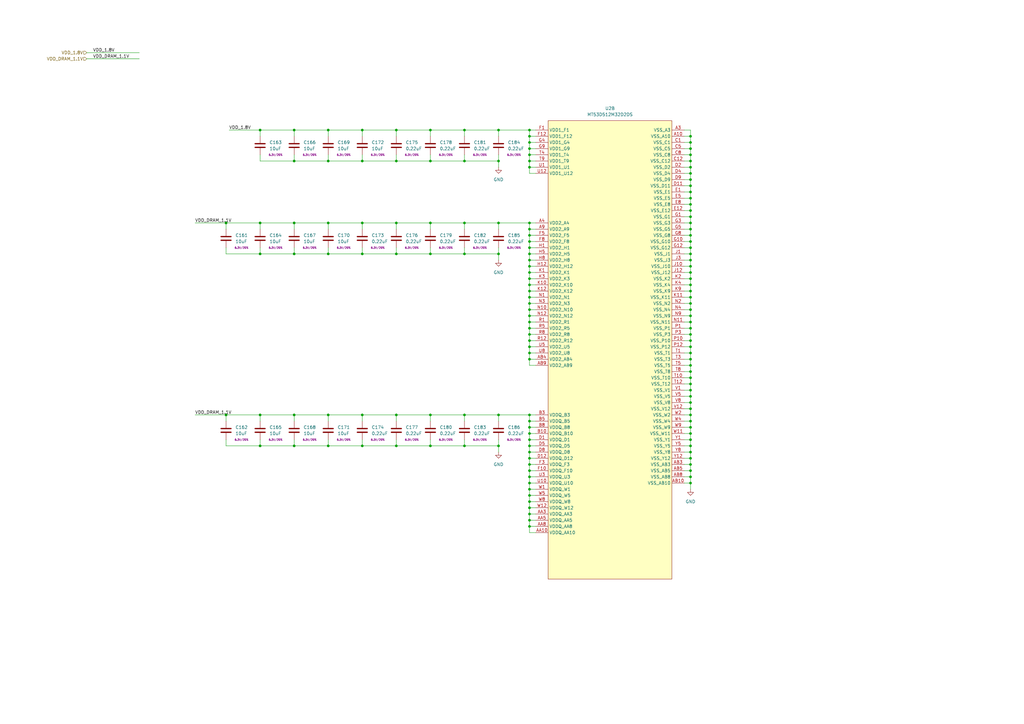
<source format=kicad_sch>
(kicad_sch (version 20211123) (generator eeschema)
  (paper "A3")
  (title_block (title "QSBC") (rev "1") (company "Q-LAB"))
  (lib_symbols
    (symbol "Device:C" (pin_numbers hide) (pin_names (offset 0.254))
      (property "Reference" "C" (at 0.635 2.54 0))
      (property "Value" "C" (at 0.635 -2.54 0))
      (symbol "C_0_1"
        (polyline (pts (xy -2.032 -0.762) (xy 2.032 -0.762)) (stroke (width 0.508)))
        (polyline (pts (xy -2.032 0.762) (xy 2.032 0.762)) (stroke (width 0.508)))
      )
      (symbol "C_1_1"
        (pin passive line (at 0 3.81 270) (length 2.794) (name "~") (number "1"))
        (pin passive line (at 0 -3.81 90) (length 2.794) (name "~") (number "2"))
      )
    )
    (symbol "power:GND" (power) (pin_names (offset 0))
      (property "Value" "GND" (at 0 -3.81 0))
      (symbol "GND_0_1"
        (polyline (pts (xy 0 0) (xy 0 -1.27) (xy 1.27 -1.27) (xy 0 -2.54) (xy -1.27 -1.27) (xy 0 -1.27)))
      )
      (symbol "GND_1_1"
        (pin power_in line (at 0 0 270) (length 0) hide (name "GND") (number "1"))
      )
    )
    (symbol "qsbc:MT53D512M32D2DS"
      (property "Reference" "U" (at 21.59 77.47 0))
      (property "Value" "MT53D512M32D2DS" (at -15.24 77.47 0))
      (symbol "MT53D512M32D2DS_1_0"
        (pin passive line (at 30.48 -107.95 180) (length 5.08) (name "DNU_A1") (number "A1"))
        (pin passive line (at 30.48 -102.87 180) (length 5.08) (name "DNU_A11") (number "A11"))
        (pin passive line (at 30.48 -100.33 180) (length 5.08) (name "DNU_A12") (number "A12"))
        (pin passive line (at 30.48 -105.41 180) (length 5.08) (name "DNU_A2") (number "A2"))
        (pin passive line (at 30.48 -92.71 180) (length 5.08) (name "DNU_AA1") (number "AA1"))
        (pin bidirectional line (at 30.48 -46.99 180) (length 5.08) (name "DQ08_B") (number "AA11"))
        (pin passive line (at 30.48 -90.17 180) (length 5.08) (name "DNU_AA12") (number "AA12"))
        (pin bidirectional line (at 30.48 -8.89 180) (length 5.08) (name "DQ00_B") (number "AA2"))
        (pin bidirectional line (at 30.48 -26.67 180) (length 5.08) (name "DQ07_B") (number "AA4"))
        (pin bidirectional line (at 30.48 -64.77 180) (length 5.08) (name "DQ15_B") (number "AA9"))
        (pin passive line (at 30.48 -87.63 180) (length 5.08) (name "DNU_AB1") (number "AB1"))
        (pin passive line (at 30.48 -82.55 180) (length 5.08) (name "DNU_AB11") (number "AB11"))
        (pin passive line (at 30.48 -80.01 180) (length 5.08) (name "DNU_AB12") (number "AB12"))
        (pin passive line (at 30.48 -85.09 180) (length 5.08) (name "DNU_AB2") (number "AB2"))
        (pin passive line (at 30.48 -97.79 180) (length 5.08) (name "DNU_B1") (number "B1"))
        (pin bidirectional line (at 30.48 29.21 180) (length 5.08) (name "DQ08_A") (number "B11"))
        (pin passive line (at 30.48 -95.25 180) (length 5.08) (name "DNU_B12") (number "B12"))
        (pin bidirectional line (at 30.48 67.31 180) (length 5.08) (name "DQ00_A") (number "B2"))
        (pin bidirectional line (at 30.48 49.53 180) (length 5.08) (name "DQ07_A") (number "B4"))
        (pin bidirectional line (at 30.48 11.43 180) (length 5.08) (name "DQ15_A") (number "B9"))
        (pin bidirectional line (at 30.48 34.29 180) (length 5.08) (name "DMI1_A") (number "C10"))
        (pin bidirectional line (at 30.48 26.67 180) (length 5.08) (name "DQ09_A") (number "C11"))
        (pin bidirectional line (at 30.48 64.77 180) (length 5.08) (name "DQ01_A") (number "C2"))
        (pin bidirectional line (at 30.48 72.39 180) (length 5.08) (name "DMI0_A") (number "C3"))
        (pin bidirectional line (at 30.48 52.07 180) (length 5.08) (name "DQ06_A") (number "C4"))
        (pin bidirectional line (at 30.48 13.97 180) (length 5.08) (name "DQ14_A") (number "C9"))
        (pin bidirectional line (at 30.48 6.35 180) (length 5.08) (name "DQS1_t_A") (number "D10"))
        (pin bidirectional line (at 30.48 44.45 180) (length 5.08) (name "DQS0_t_A") (number "D3"))
        (pin bidirectional line (at 30.48 3.81 180) (length 5.08) (name "DQS1_c_A") (number "E10"))
        (pin bidirectional line (at 30.48 24.13 180) (length 5.08) (name "DQ10_A") (number "E11"))
        (pin bidirectional line (at 30.48 62.23 180) (length 5.08) (name "DQ02_A") (number "E2"))
        (pin bidirectional line (at 30.48 41.91 180) (length 5.08) (name "DQS0_c_A") (number "E3"))
        (pin bidirectional line (at 30.48 54.61 180) (length 5.08) (name "DQ05_A") (number "E4"))
        (pin bidirectional line (at 30.48 16.51 180) (length 5.08) (name "DQ13_A") (number "E9"))
        (pin bidirectional line (at 30.48 21.59 180) (length 5.08) (name "DQ11_A") (number "F11"))
        (pin bidirectional line (at 30.48 59.69 180) (length 5.08) (name "DQ03_A") (number "F2"))
        (pin bidirectional line (at 30.48 57.15 180) (length 5.08) (name "DQ04_A") (number "F4"))
        (pin bidirectional line (at 30.48 19.05 180) (length 5.08) (name "DQ12_A") (number "F9"))
        (pin bidirectional line (at 30.48 -54.61 180) (length 5.08) (name "DQ11_B") (number "U11"))
        (pin bidirectional line (at 30.48 -16.51 180) (length 5.08) (name "DQ03_B") (number "U2"))
        (pin bidirectional line (at 30.48 -19.05 180) (length 5.08) (name "DQ04_B") (number "U4"))
        (pin bidirectional line (at 30.48 -57.15 180) (length 5.08) (name "DQ12_B") (number "U9"))
        (pin bidirectional line (at 30.48 -72.39 180) (length 5.08) (name "DQS1_c_B") (number "V10"))
        (pin bidirectional line (at 30.48 -52.07 180) (length 5.08) (name "DQ10_B") (number "V11"))
        (pin bidirectional line (at 30.48 -13.97 180) (length 5.08) (name "DQ02_B") (number "V2"))
        (pin bidirectional line (at 30.48 -34.29 180) (length 5.08) (name "DQS0_c_B") (number "V3"))
        (pin bidirectional line (at 30.48 -21.59 180) (length 5.08) (name "DQ05_B") (number "V4"))
        (pin bidirectional line (at 30.48 -59.69 180) (length 5.08) (name "DQ13_B") (number "V9"))
        (pin bidirectional line (at 30.48 -69.85 180) (length 5.08) (name "DQS1_t_B") (number "W10"))
        (pin bidirectional line (at 30.48 -31.75 180) (length 5.08) (name "DQS0_t_B") (number "W3"))
        (pin bidirectional line (at 30.48 -41.91 180) (length 5.08) (name "DMI1_B") (number "Y10"))
        (pin bidirectional line (at 30.48 -49.53 180) (length 5.08) (name "DQ09_B") (number "Y11"))
        (pin bidirectional line (at 30.48 -11.43 180) (length 5.08) (name "DQ01_B") (number "Y2"))
        (pin bidirectional line (at 30.48 -3.81 180) (length 5.08) (name "DMI0_B") (number "Y3"))
        (pin bidirectional line (at 30.48 -24.13 180) (length 5.08) (name "DQ06_B") (number "Y4"))
        (pin bidirectional line (at 30.48 -62.23 180) (length 5.08) (name "DQ14_B") (number "Y9"))
      )
      (symbol "MT53D512M32D2DS_1_1"
        (rectangle (start -25.4 76.2) (end 25.4 -111.76) (stroke (width 0.1524)) (fill (type background)))
        (polyline (pts (xy 0 -76.2) (xy -25.4 -76.2)) (stroke (width 0.1524)))
        (polyline (pts (xy 0 0) (xy -25.4 0)) (stroke (width 0.1524)))
        (polyline (pts (xy 0 76.2) (xy 0 -76.2)) (stroke (width 0.1524)))
        (polyline (pts (xy 25.4 -76.2) (xy 0 -76.2)) (stroke (width 0.1524)))
        (polyline (pts (xy 25.4 0) (xy 0 0)) (stroke (width 0.1524)))
        (pin passive line (at -30.48 -87.63 0) (length 5.08) (name "ZQ0") (number "A5"))
        (pin passive line (at -30.48 -95.25 0) (length 5.08) (name "NC_A8/ZQ1") (number "A8"))
        (pin passive line (at -30.48 -102.87 0) (length 5.08) (name "NC_G11") (number "G11"))
        (pin input line (at -30.48 16.51 0) (length 5.08) (name "ODT_CA_A") (number "G2"))
        (pin input line (at -30.48 29.21 0) (length 5.08) (name "CA3_A") (number "H10"))
        (pin input line (at -30.48 26.67 0) (length 5.08) (name "CA4_A") (number "H11"))
        (pin input line (at -30.48 36.83 0) (length 5.08) (name "CA0_A") (number "H2"))
        (pin input line (at -30.48 69.85 0) (length 5.08) (name "NC_H3/~{CS1_A}") (number "H3"))
        (pin input line (at -30.48 72.39 0) (length 5.08) (name "~{CS0_A}") (number "H4"))
        (pin input line (at -30.48 31.75 0) (length 5.08) (name "CA2_A") (number "H9"))
        (pin input line (at -30.48 24.13 0) (length 5.08) (name "CA5_A") (number "J11"))
        (pin input line (at -30.48 34.29 0) (length 5.08) (name "CA1_A") (number "J2"))
        (pin input line (at -30.48 59.69 0) (length 5.08) (name "CKE0_A") (number "J4"))
        (pin input line (at -30.48 57.15 0) (length 5.08) (name "NC_J5/CKE1_A") (number "J5"))
        (pin input line (at -30.48 46.99 0) (length 5.08) (name "CK_t_A") (number "J8"))
        (pin input line (at -30.48 44.45 0) (length 5.08) (name "CK_c_A") (number "J9"))
        (pin passive line (at -30.48 67.31 0) (length 5.08) (name "NC_K5") (number "K5"))
        (pin passive line (at -30.48 54.61 0) (length 5.08) (name "NC_K8") (number "K8"))
        (pin passive line (at -30.48 -8.89 0) (length 5.08) (name "NC_N5") (number "N5"))
        (pin passive line (at -30.48 -21.59 0) (length 5.08) (name "NC_N8") (number "N8"))
        (pin input line (at -30.48 -52.07 0) (length 5.08) (name "CA5_B") (number "P11"))
        (pin input line (at -30.48 -41.91 0) (length 5.08) (name "CA1_B") (number "P2"))
        (pin input line (at -30.48 -16.51 0) (length 5.08) (name "CKE0_B") (number "P4"))
        (pin input line (at -30.48 -19.05 0) (length 5.08) (name "NC_P5/CKE1_B") (number "P5"))
        (pin input line (at -30.48 -29.21 0) (length 5.08) (name "CK_t_B") (number "P8"))
        (pin input line (at -30.48 -31.75 0) (length 5.08) (name "CK_c_B") (number "P9"))
        (pin input line (at -30.48 -46.99 0) (length 5.08) (name "CA3_B") (number "R10"))
        (pin input line (at -30.48 -49.53 0) (length 5.08) (name "CA4_B") (number "R11"))
        (pin input line (at -30.48 -39.37 0) (length 5.08) (name "CA0_B") (number "R2"))
        (pin input line (at -30.48 -6.35 0) (length 5.08) (name "NC_R3/~{CS1_B}") (number "R3"))
        (pin input line (at -30.48 -3.81 0) (length 5.08) (name "~{CS0_B}") (number "R4"))
        (pin input line (at -30.48 -44.45 0) (length 5.08) (name "CA2_B") (number "R9"))
        (pin input line (at -30.48 -80.01 0) (length 5.08) (name "~{RESET}") (number "T11"))
        (pin input line (at -30.48 -59.69 0) (length 5.08) (name "ODT_CA_B") (number "T2"))
      )
      (symbol "MT53D512M32D2DS_2_1"
        (rectangle (start -25.4 76.2) (end 25.4 -111.76) (stroke (width 0.1524)) (fill (type background)))
        (pin power_in line (at 30.48 69.85 180) (length 5.08) (name "VSS_A10") (number "A10"))
        (pin power_in line (at 30.48 72.39 180) (length 5.08) (name "VSS_A3") (number "A3"))
        (pin power_in line (at -30.48 34.29 0) (length 5.08) (name "VDD2_A4") (number "A4"))
        (pin power_in line (at -30.48 31.75 0) (length 5.08) (name "VDD2_A9") (number "A9"))
        (pin power_in line (at -30.48 -92.71 0) (length 5.08) (name "VDDQ_AA10") (number "AA10"))
        (pin power_in line (at -30.48 -85.09 0) (length 5.08) (name "VDDQ_AA3") (number "AA3"))
        (pin power_in line (at -30.48 -87.63 0) (length 5.08) (name "VDDQ_AA5") (number "AA5"))
        (pin power_in line (at -30.48 -90.17 0) (length 5.08) (name "VDDQ_AA8") (number "AA8"))
        (pin power_in line (at 30.48 -72.39 180) (length 5.08) (name "VSS_AB10") (number "AB10"))
        (pin power_in line (at 30.48 -64.77 180) (length 5.08) (name "VSS_AB3") (number "AB3"))
        (pin power_in line (at -30.48 -21.59 0) (length 5.08) (name "VDD2_AB4") (number "AB4"))
        (pin power_in line (at 30.48 -67.31 180) (length 5.08) (name "VSS_AB5") (number "AB5"))
        (pin power_in line (at 30.48 -69.85 180) (length 5.08) (name "VSS_AB8") (number "AB8"))
        (pin power_in line (at -30.48 -24.13 0) (length 5.08) (name "VDD2_AB9") (number "AB9"))
        (pin power_in line (at -30.48 -52.07 0) (length 5.08) (name "VDDQ_B10") (number "B10"))
        (pin power_in line (at -30.48 -44.45 0) (length 5.08) (name "VDDQ_B3") (number "B3"))
        (pin power_in line (at -30.48 -46.99 0) (length 5.08) (name "VDDQ_B5") (number "B5"))
        (pin power_in line (at -30.48 -49.53 0) (length 5.08) (name "VDDQ_B8") (number "B8"))
        (pin power_in line (at 30.48 67.31 180) (length 5.08) (name "VSS_C1") (number "C1"))
        (pin power_in line (at 30.48 59.69 180) (length 5.08) (name "VSS_C12") (number "C12"))
        (pin power_in line (at 30.48 64.77 180) (length 5.08) (name "VSS_C5") (number "C5"))
        (pin power_in line (at 30.48 62.23 180) (length 5.08) (name "VSS_C8") (number "C8"))
        (pin power_in line (at -30.48 -54.61 0) (length 5.08) (name "VDDQ_D1") (number "D1"))
        (pin power_in line (at 30.48 49.53 180) (length 5.08) (name "VSS_D11") (number "D11"))
        (pin power_in line (at -30.48 -62.23 0) (length 5.08) (name "VDDQ_D12") (number "D12"))
        (pin power_in line (at 30.48 57.15 180) (length 5.08) (name "VSS_D2") (number "D2"))
        (pin power_in line (at 30.48 54.61 180) (length 5.08) (name "VSS_D4") (number "D4"))
        (pin power_in line (at -30.48 -57.15 0) (length 5.08) (name "VDDQ_D5") (number "D5"))
        (pin power_in line (at -30.48 -59.69 0) (length 5.08) (name "VDDQ_D8") (number "D8"))
        (pin power_in line (at 30.48 52.07 180) (length 5.08) (name "VSS_D9") (number "D9"))
        (pin power_in line (at 30.48 46.99 180) (length 5.08) (name "VSS_E1") (number "E1"))
        (pin power_in line (at 30.48 39.37 180) (length 5.08) (name "VSS_E12") (number "E12"))
        (pin power_in line (at 30.48 44.45 180) (length 5.08) (name "VSS_E5") (number "E5"))
        (pin power_in line (at 30.48 41.91 180) (length 5.08) (name "VSS_E8") (number "E8"))
        (pin power_in line (at -30.48 72.39 0) (length 5.08) (name "VDD1_F1") (number "F1"))
        (pin power_in line (at -30.48 -67.31 0) (length 5.08) (name "VDDQ_F10") (number "F10"))
        (pin power_in line (at -30.48 69.85 0) (length 5.08) (name "VDD1_F12") (number "F12"))
        (pin power_in line (at -30.48 -64.77 0) (length 5.08) (name "VDDQ_F3") (number "F3"))
        (pin power_in line (at -30.48 29.21 0) (length 5.08) (name "VDD2_F5") (number "F5"))
        (pin power_in line (at -30.48 26.67 0) (length 5.08) (name "VDD2_F8") (number "F8"))
        (pin power_in line (at 30.48 36.83 180) (length 5.08) (name "VSS_G1") (number "G1"))
        (pin power_in line (at 30.48 26.67 180) (length 5.08) (name "VSS_G10") (number "G10"))
        (pin power_in line (at 30.48 24.13 180) (length 5.08) (name "VSS_G12") (number "G12"))
        (pin power_in line (at 30.48 34.29 180) (length 5.08) (name "VSS_G3") (number "G3"))
        (pin power_in line (at -30.48 67.31 0) (length 5.08) (name "VDD1_G4") (number "G4"))
        (pin power_in line (at 30.48 31.75 180) (length 5.08) (name "VSS_G5") (number "G5"))
        (pin power_in line (at 30.48 29.21 180) (length 5.08) (name "VSS_G8") (number "G8"))
        (pin power_in line (at -30.48 64.77 0) (length 5.08) (name "VDD1_G9") (number "G9"))
        (pin power_in line (at -30.48 24.13 0) (length 5.08) (name "VDD2_H1") (number "H1"))
        (pin power_in line (at -30.48 16.51 0) (length 5.08) (name "VDD2_H12") (number "H12"))
        (pin power_in line (at -30.48 21.59 0) (length 5.08) (name "VDD2_H5") (number "H5"))
        (pin power_in line (at -30.48 19.05 0) (length 5.08) (name "VDD2_H8") (number "H8"))
        (pin power_in line (at 30.48 21.59 180) (length 5.08) (name "VSS_J1") (number "J1"))
        (pin power_in line (at 30.48 16.51 180) (length 5.08) (name "VSS_J10") (number "J10"))
        (pin power_in line (at 30.48 13.97 180) (length 5.08) (name "VSS_J12") (number "J12"))
        (pin power_in line (at 30.48 19.05 180) (length 5.08) (name "VSS_J3") (number "J3"))
        (pin power_in line (at -30.48 13.97 0) (length 5.08) (name "VDD2_K1") (number "K1"))
        (pin power_in line (at -30.48 8.89 0) (length 5.08) (name "VDD2_K10") (number "K10"))
        (pin power_in line (at 30.48 3.81 180) (length 5.08) (name "VSS_K11") (number "K11"))
        (pin power_in line (at -30.48 6.35 0) (length 5.08) (name "VDD2_K12") (number "K12"))
        (pin power_in line (at 30.48 11.43 180) (length 5.08) (name "VSS_K2") (number "K2"))
        (pin power_in line (at -30.48 11.43 0) (length 5.08) (name "VDD2_K3") (number "K3"))
        (pin power_in line (at 30.48 8.89 180) (length 5.08) (name "VSS_K4") (number "K4"))
        (pin power_in line (at 30.48 6.35 180) (length 5.08) (name "VSS_K9") (number "K9"))
        (pin power_in line (at -30.48 3.81 0) (length 5.08) (name "VDD2_N1") (number "N1"))
        (pin power_in line (at -30.48 -1.27 0) (length 5.08) (name "VDD2_N10") (number "N10"))
        (pin power_in line (at 30.48 -6.35 180) (length 5.08) (name "VSS_N11") (number "N11"))
        (pin power_in line (at -30.48 -3.81 0) (length 5.08) (name "VDD2_N12") (number "N12"))
        (pin power_in line (at 30.48 1.27 180) (length 5.08) (name "VSS_N2") (number "N2"))
        (pin power_in line (at -30.48 1.27 0) (length 5.08) (name "VDD2_N3") (number "N3"))
        (pin power_in line (at 30.48 -1.27 180) (length 5.08) (name "VSS_N4") (number "N4"))
        (pin power_in line (at 30.48 -3.81 180) (length 5.08) (name "VSS_N9") (number "N9"))
        (pin power_in line (at 30.48 -8.89 180) (length 5.08) (name "VSS_P1") (number "P1"))
        (pin power_in line (at 30.48 -13.97 180) (length 5.08) (name "VSS_P10") (number "P10"))
        (pin power_in line (at 30.48 -16.51 180) (length 5.08) (name "VSS_P12") (number "P12"))
        (pin power_in line (at 30.48 -11.43 180) (length 5.08) (name "VSS_P3") (number "P3"))
        (pin power_in line (at -30.48 -6.35 0) (length 5.08) (name "VDD2_R1") (number "R1"))
        (pin power_in line (at -30.48 -13.97 0) (length 5.08) (name "VDD2_R12") (number "R12"))
        (pin power_in line (at -30.48 -8.89 0) (length 5.08) (name "VDD2_R5") (number "R5"))
        (pin power_in line (at -30.48 -11.43 0) (length 5.08) (name "VDD2_R8") (number "R8"))
        (pin power_in line (at 30.48 -19.05 180) (length 5.08) (name "VSS_T1") (number "T1"))
        (pin power_in line (at 30.48 -29.21 180) (length 5.08) (name "VSS_T10") (number "T10"))
        (pin power_in line (at 30.48 -31.75 180) (length 5.08) (name "VSS_T12") (number "T12"))
        (pin power_in line (at 30.48 -21.59 180) (length 5.08) (name "VSS_T3") (number "T3"))
        (pin power_in line (at -30.48 62.23 0) (length 5.08) (name "VDD1_T4") (number "T4"))
        (pin power_in line (at 30.48 -24.13 180) (length 5.08) (name "VSS_T5") (number "T5"))
        (pin power_in line (at 30.48 -26.67 180) (length 5.08) (name "VSS_T8") (number "T8"))
        (pin power_in line (at -30.48 59.69 0) (length 5.08) (name "VDD1_T9") (number "T9"))
        (pin power_in line (at -30.48 57.15 0) (length 5.08) (name "VDD1_U1") (number "U1"))
        (pin power_in line (at -30.48 -72.39 0) (length 5.08) (name "VDDQ_U10") (number "U10"))
        (pin power_in line (at -30.48 54.61 0) (length 5.08) (name "VDD1_U12") (number "U12"))
        (pin power_in line (at -30.48 -69.85 0) (length 5.08) (name "VDDQ_U3") (number "U3"))
        (pin power_in line (at -30.48 -16.51 0) (length 5.08) (name "VDD2_U5") (number "U5"))
        (pin power_in line (at -30.48 -19.05 0) (length 5.08) (name "VDD2_U8") (number "U8"))
        (pin power_in line (at 30.48 -34.29 180) (length 5.08) (name "VSS_V1") (number "V1"))
        (pin power_in line (at 30.48 -41.91 180) (length 5.08) (name "VSS_V12") (number "V12"))
        (pin power_in line (at 30.48 -36.83 180) (length 5.08) (name "VSS_V5") (number "V5"))
        (pin power_in line (at 30.48 -39.37 180) (length 5.08) (name "VSS_V8") (number "V8"))
        (pin power_in line (at -30.48 -74.93 0) (length 5.08) (name "VDDQ_W1") (number "W1"))
        (pin power_in line (at 30.48 -52.07 180) (length 5.08) (name "VSS_W11") (number "W11"))
        (pin power_in line (at -30.48 -82.55 0) (length 5.08) (name "VDDQ_W12") (number "W12"))
        (pin power_in line (at 30.48 -44.45 180) (length 5.08) (name "VSS_W2") (number "W2"))
        (pin power_in line (at 30.48 -46.99 180) (length 5.08) (name "VSS_W4") (number "W4"))
        (pin power_in line (at -30.48 -77.47 0) (length 5.08) (name "VDDQ_W5") (number "W5"))
        (pin power_in line (at -30.48 -80.01 0) (length 5.08) (name "VDDQ_W8") (number "W8"))
        (pin power_in line (at 30.48 -49.53 180) (length 5.08) (name "VSS_W9") (number "W9"))
        (pin power_in line (at 30.48 -54.61 180) (length 5.08) (name "VSS_Y1") (number "Y1"))
        (pin power_in line (at 30.48 -62.23 180) (length 5.08) (name "VSS_Y12") (number "Y12"))
        (pin power_in line (at 30.48 -57.15 180) (length 5.08) (name "VSS_Y5") (number "Y5"))
        (pin power_in line (at 30.48 -59.69 180) (length 5.08) (name "VSS_Y8") (number "Y8"))
      )
    )
  )
  (junction (at 283.21 137.16))
  (junction (at 283.21 111.76))
  (junction (at 217.17 175.26))
  (junction (at 148.59 66.04))
  (junction (at 283.21 99.06))
  (junction (at 217.17 132.08))
  (junction (at 217.17 66.04))
  (junction (at 283.21 185.42))
  (junction (at 283.21 198.12))
  (junction (at 283.21 172.72))
  (junction (at 283.21 177.8))
  (junction (at 283.21 170.18))
  (junction (at 283.21 129.54))
  (junction (at 283.21 101.6))
  (junction (at 176.53 91.44))
  (junction (at 283.21 127))
  (junction (at 283.21 182.88))
  (junction (at 217.17 203.2))
  (junction (at 217.17 63.5))
  (junction (at 283.21 124.46))
  (junction (at 162.56 182.88))
  (junction (at 217.17 114.3))
  (junction (at 217.17 109.22))
  (junction (at 283.21 81.28))
  (junction (at 283.21 152.4))
  (junction (at 106.68 170.18))
  (junction (at 190.5 53.34))
  (junction (at 120.65 104.14))
  (junction (at 217.17 185.42))
  (junction (at 283.21 193.04))
  (junction (at 283.21 66.04))
  (junction (at 134.62 91.44))
  (junction (at 217.17 182.88))
  (junction (at 217.17 137.16))
  (junction (at 204.47 182.88))
  (junction (at 92.71 91.44))
  (junction (at 204.47 170.18))
  (junction (at 283.21 167.64))
  (junction (at 148.59 53.34))
  (junction (at 176.53 66.04))
  (junction (at 217.17 68.58))
  (junction (at 162.56 91.44))
  (junction (at 283.21 88.9))
  (junction (at 217.17 91.44))
  (junction (at 283.21 175.26))
  (junction (at 217.17 193.04))
  (junction (at 217.17 99.06))
  (junction (at 204.47 91.44))
  (junction (at 283.21 165.1))
  (junction (at 217.17 200.66))
  (junction (at 190.5 170.18))
  (junction (at 283.21 144.78))
  (junction (at 134.62 53.34))
  (junction (at 217.17 198.12))
  (junction (at 283.21 55.88))
  (junction (at 217.17 205.74))
  (junction (at 204.47 66.04))
  (junction (at 283.21 132.08))
  (junction (at 283.21 116.84))
  (junction (at 217.17 177.8))
  (junction (at 190.5 91.44))
  (junction (at 217.17 116.84))
  (junction (at 283.21 121.92))
  (junction (at 106.68 53.34))
  (junction (at 283.21 73.66))
  (junction (at 217.17 60.96))
  (junction (at 217.17 215.9))
  (junction (at 120.65 53.34))
  (junction (at 283.21 83.82))
  (junction (at 283.21 114.3))
  (junction (at 217.17 213.36))
  (junction (at 120.65 66.04))
  (junction (at 283.21 195.58))
  (junction (at 283.21 60.96))
  (junction (at 283.21 157.48))
  (junction (at 162.56 53.34))
  (junction (at 217.17 210.82))
  (junction (at 217.17 93.98))
  (junction (at 162.56 170.18))
  (junction (at 120.65 170.18))
  (junction (at 148.59 182.88))
  (junction (at 217.17 142.24))
  (junction (at 283.21 109.22))
  (junction (at 283.21 190.5))
  (junction (at 217.17 121.92))
  (junction (at 106.68 104.14))
  (junction (at 283.21 162.56))
  (junction (at 283.21 68.58))
  (junction (at 176.53 53.34))
  (junction (at 217.17 111.76))
  (junction (at 217.17 187.96))
  (junction (at 283.21 160.02))
  (junction (at 217.17 53.34))
  (junction (at 106.68 91.44))
  (junction (at 283.21 154.94))
  (junction (at 190.5 104.14))
  (junction (at 217.17 124.46))
  (junction (at 134.62 170.18))
  (junction (at 190.5 182.88))
  (junction (at 217.17 170.18))
  (junction (at 283.21 93.98))
  (junction (at 217.17 190.5))
  (junction (at 134.62 104.14))
  (junction (at 92.71 170.18))
  (junction (at 204.47 53.34))
  (junction (at 283.21 104.14))
  (junction (at 217.17 101.6))
  (junction (at 120.65 182.88))
  (junction (at 283.21 139.7))
  (junction (at 176.53 182.88))
  (junction (at 283.21 71.12))
  (junction (at 134.62 66.04))
  (junction (at 217.17 139.7))
  (junction (at 162.56 66.04))
  (junction (at 106.68 182.88))
  (junction (at 217.17 96.52))
  (junction (at 120.65 91.44))
  (junction (at 283.21 78.74))
  (junction (at 204.47 104.14))
  (junction (at 283.21 119.38))
  (junction (at 217.17 119.38))
  (junction (at 217.17 127))
  (junction (at 134.62 182.88))
  (junction (at 283.21 142.24))
  (junction (at 217.17 172.72))
  (junction (at 162.56 104.14))
  (junction (at 176.53 170.18))
  (junction (at 217.17 180.34))
  (junction (at 283.21 76.2))
  (junction (at 217.17 58.42))
  (junction (at 217.17 147.32))
  (junction (at 217.17 134.62))
  (junction (at 148.59 104.14))
  (junction (at 217.17 129.54))
  (junction (at 176.53 104.14))
  (junction (at 283.21 86.36))
  (junction (at 148.59 91.44))
  (junction (at 283.21 96.52))
  (junction (at 190.5 66.04))
  (junction (at 217.17 208.28))
  (junction (at 283.21 149.86))
  (junction (at 283.21 63.5))
  (junction (at 148.59 170.18))
  (junction (at 217.17 195.58))
  (junction (at 283.21 180.34))
  (junction (at 283.21 147.32))
  (junction (at 217.17 104.14))
  (junction (at 283.21 91.44))
  (junction (at 217.17 144.78))
  (junction (at 283.21 187.96))
  (junction (at 217.17 55.88))
  (junction (at 217.17 106.68))
  (junction (at 283.21 106.68))
  (junction (at 283.21 58.42))
  (junction (at 283.21 134.62))
  (wire (pts (xy 280.67 93.98) (xy 283.21 93.98)))
  (wire (pts (xy 283.21 96.52) (xy 280.67 96.52)))
  (wire (pts (xy 283.21 147.32) (xy 283.21 149.86)))
  (wire (pts (xy 283.21 127) (xy 283.21 129.54)))
  (wire (pts (xy 283.21 180.34) (xy 283.21 182.88)))
  (wire (pts (xy 280.67 101.6) (xy 283.21 101.6)))
  (wire (pts (xy 219.71 139.7) (xy 217.17 139.7)))
  (wire (pts (xy 219.71 71.12) (xy 217.17 71.12)))
  (wire (pts (xy 280.67 78.74) (xy 283.21 78.74)))
  (wire (pts (xy 120.65 104.14) (xy 106.68 104.14)))
  (wire (pts (xy 217.17 208.28) (xy 217.17 205.74)))
  (wire (pts (xy 217.17 198.12) (xy 219.71 198.12)))
  (wire (pts (xy 217.17 205.74) (xy 217.17 203.2)))
  (wire (pts (xy 120.65 91.44) (xy 134.62 91.44)))
  (wire (pts (xy 93.98 53.34) (xy 106.68 53.34)))
  (wire (pts (xy 280.67 71.12) (xy 283.21 71.12)))
  (wire (pts (xy 217.17 203.2) (xy 217.17 200.66)))
  (wire (pts (xy 280.67 193.04) (xy 283.21 193.04)))
  (wire (pts (xy 283.21 106.68) (xy 283.21 109.22)))
  (wire (pts (xy 217.17 129.54) (xy 217.17 127)))
  (wire (pts (xy 120.65 170.18) (xy 120.65 172.72)))
  (wire (pts (xy 280.67 104.14) (xy 283.21 104.14)))
  (wire (pts (xy 217.17 99.06) (xy 217.17 96.52)))
  (wire (pts (xy 217.17 104.14) (xy 219.71 104.14)))
  (wire (pts (xy 35.56 24.13) (xy 57.15 24.13)))
  (wire (pts (xy 283.21 121.92) (xy 280.67 121.92)))
  (wire (pts (xy 148.59 101.6) (xy 148.59 104.14)))
  (wire (pts (xy 280.67 99.06) (xy 283.21 99.06)))
  (wire (pts (xy 176.53 104.14) (xy 190.5 104.14)))
  (wire (pts (xy 217.17 119.38) (xy 219.71 119.38)))
  (wire (pts (xy 283.21 142.24) (xy 283.21 144.78)))
  (wire (pts (xy 217.17 139.7) (xy 217.17 137.16)))
  (wire (pts (xy 35.56 21.59) (xy 57.15 21.59)))
  (wire (pts (xy 204.47 53.34) (xy 190.5 53.34)))
  (wire (pts (xy 217.17 96.52) (xy 217.17 93.98)))
  (wire (pts (xy 217.17 187.96) (xy 217.17 185.42)))
  (wire (pts (xy 134.62 66.04) (xy 120.65 66.04)))
  (wire (pts (xy 190.5 170.18) (xy 190.5 172.72)))
  (wire (pts (xy 217.17 127) (xy 219.71 127)))
  (wire (pts (xy 134.62 91.44) (xy 148.59 91.44)))
  (wire (pts (xy 106.68 66.04) (xy 106.68 63.5)))
  (wire (pts (xy 283.21 111.76) (xy 283.21 114.3)))
  (wire (pts (xy 280.67 114.3) (xy 283.21 114.3)))
  (wire (pts (xy 134.62 53.34) (xy 134.62 55.88)))
  (wire (pts (xy 217.17 53.34) (xy 204.47 53.34)))
  (wire (pts (xy 283.21 167.64) (xy 283.21 170.18)))
  (wire (pts (xy 283.21 99.06) (xy 283.21 101.6)))
  (wire (pts (xy 217.17 127) (xy 217.17 124.46)))
  (wire (pts (xy 148.59 53.34) (xy 148.59 55.88)))
  (wire (pts (xy 283.21 129.54) (xy 283.21 132.08)))
  (wire (pts (xy 217.17 172.72) (xy 217.17 170.18)))
  (wire (pts (xy 148.59 104.14) (xy 134.62 104.14)))
  (wire (pts (xy 217.17 66.04) (xy 217.17 63.5)))
  (wire (pts (xy 120.65 53.34) (xy 134.62 53.34)))
  (wire (pts (xy 283.21 96.52) (xy 283.21 99.06)))
  (wire (pts (xy 217.17 185.42) (xy 219.71 185.42)))
  (wire (pts (xy 217.17 213.36) (xy 219.71 213.36)))
  (wire (pts (xy 217.17 109.22) (xy 219.71 109.22)))
  (wire (pts (xy 280.67 127) (xy 283.21 127)))
  (wire (pts (xy 106.68 182.88) (xy 92.71 182.88)))
  (wire (pts (xy 106.68 91.44) (xy 92.71 91.44)))
  (wire (pts (xy 280.67 116.84) (xy 283.21 116.84)))
  (wire (pts (xy 217.17 195.58) (xy 219.71 195.58)))
  (wire (pts (xy 217.17 101.6) (xy 219.71 101.6)))
  (wire (pts (xy 176.53 91.44) (xy 162.56 91.44)))
  (wire (pts (xy 162.56 91.44) (xy 162.56 93.98)))
  (wire (pts (xy 106.68 101.6) (xy 106.68 104.14)))
  (wire (pts (xy 283.21 63.5) (xy 283.21 66.04)))
  (wire (pts (xy 217.17 134.62) (xy 219.71 134.62)))
  (wire (pts (xy 280.67 55.88) (xy 283.21 55.88)))
  (wire (pts (xy 190.5 170.18) (xy 204.47 170.18)))
  (wire (pts (xy 217.17 210.82) (xy 219.71 210.82)))
  (wire (pts (xy 92.71 182.88) (xy 92.71 180.34)))
  (wire (pts (xy 217.17 132.08) (xy 219.71 132.08)))
  (wire (pts (xy 148.59 182.88) (xy 134.62 182.88)))
  (wire (pts (xy 217.17 175.26) (xy 219.71 175.26)))
  (wire (pts (xy 217.17 53.34) (xy 219.71 53.34)))
  (wire (pts (xy 148.59 104.14) (xy 162.56 104.14)))
  (wire (pts (xy 190.5 63.5) (xy 190.5 66.04)))
  (wire (pts (xy 280.67 132.08) (xy 283.21 132.08)))
  (wire (pts (xy 217.17 109.22) (xy 217.17 106.68)))
  (wire (pts (xy 283.21 76.2) (xy 280.67 76.2)))
  (wire (pts (xy 148.59 180.34) (xy 148.59 182.88)))
  (wire (pts (xy 217.17 134.62) (xy 217.17 132.08)))
  (wire (pts (xy 280.67 124.46) (xy 283.21 124.46)))
  (wire (pts (xy 134.62 104.14) (xy 120.65 104.14)))
  (wire (pts (xy 120.65 170.18) (xy 134.62 170.18)))
  (wire (pts (xy 283.21 144.78) (xy 283.21 147.32)))
  (wire (pts (xy 217.17 203.2) (xy 219.71 203.2)))
  (wire (pts (xy 280.67 170.18) (xy 283.21 170.18)))
  (wire (pts (xy 283.21 60.96) (xy 283.21 63.5)))
  (wire (pts (xy 190.5 91.44) (xy 204.47 91.44)))
  (wire (pts (xy 162.56 66.04) (xy 148.59 66.04)))
  (wire (pts (xy 283.21 73.66) (xy 283.21 76.2)))
  (wire (pts (xy 283.21 149.86) (xy 283.21 152.4)))
  (wire (pts (xy 190.5 104.14) (xy 204.47 104.14)))
  (wire (pts (xy 280.67 86.36) (xy 283.21 86.36)))
  (wire (pts (xy 217.17 193.04) (xy 219.71 193.04)))
  (wire (pts (xy 92.71 170.18) (xy 92.71 172.72)))
  (wire (pts (xy 283.21 71.12) (xy 283.21 73.66)))
  (wire (pts (xy 120.65 53.34) (xy 120.65 55.88)))
  (wire (pts (xy 204.47 53.34) (xy 204.47 55.88)))
  (wire (pts (xy 283.21 182.88) (xy 283.21 185.42)))
  (wire (pts (xy 283.21 152.4) (xy 283.21 154.94)))
  (wire (pts (xy 280.67 73.66) (xy 283.21 73.66)))
  (wire (pts (xy 217.17 205.74) (xy 219.71 205.74)))
  (wire (pts (xy 219.71 124.46) (xy 217.17 124.46)))
  (wire (pts (xy 217.17 93.98) (xy 219.71 93.98)))
  (wire (pts (xy 162.56 66.04) (xy 176.53 66.04)))
  (wire (pts (xy 283.21 124.46) (xy 283.21 127)))
  (wire (pts (xy 283.21 160.02) (xy 280.67 160.02)))
  (wire (pts (xy 283.21 175.26) (xy 283.21 177.8)))
  (wire (pts (xy 176.53 63.5) (xy 176.53 66.04)))
  (wire (pts (xy 217.17 170.18) (xy 219.71 170.18)))
  (wire (pts (xy 283.21 185.42) (xy 280.67 185.42)))
  (wire (pts (xy 283.21 104.14) (xy 283.21 106.68)))
  (wire (pts (xy 134.62 180.34) (xy 134.62 182.88)))
  (wire (pts (xy 120.65 101.6) (xy 120.65 104.14)))
  (wire (pts (xy 280.67 137.16) (xy 283.21 137.16)))
  (wire (pts (xy 190.5 53.34) (xy 190.5 55.88)))
  (wire (pts (xy 283.21 187.96) (xy 283.21 190.5)))
  (wire (pts (xy 190.5 180.34) (xy 190.5 182.88)))
  (wire (pts (xy 162.56 63.5) (xy 162.56 66.04)))
  (wire (pts (xy 280.67 91.44) (xy 283.21 91.44)))
  (wire (pts (xy 283.21 109.22) (xy 283.21 111.76)))
  (wire (pts (xy 283.21 114.3) (xy 283.21 116.84)))
  (wire (pts (xy 217.17 190.5) (xy 217.17 187.96)))
  (wire (pts (xy 217.17 93.98) (xy 217.17 91.44)))
  (wire (pts (xy 280.67 53.34) (xy 283.21 53.34)))
  (wire (pts (xy 162.56 53.34) (xy 162.56 55.88)))
  (wire (pts (xy 204.47 66.04) (xy 204.47 68.58)))
  (wire (pts (xy 280.67 142.24) (xy 283.21 142.24)))
  (wire (pts (xy 283.21 162.56) (xy 283.21 165.1)))
  (wire (pts (xy 283.21 172.72) (xy 283.21 175.26)))
  (wire (pts (xy 176.53 170.18) (xy 162.56 170.18)))
  (wire (pts (xy 283.21 109.22) (xy 280.67 109.22)))
  (wire (pts (xy 120.65 182.88) (xy 106.68 182.88)))
  (wire (pts (xy 148.59 91.44) (xy 148.59 93.98)))
  (wire (pts (xy 280.67 106.68) (xy 283.21 106.68)))
  (wire (pts (xy 217.17 101.6) (xy 217.17 99.06)))
  (wire (pts (xy 217.17 195.58) (xy 217.17 193.04)))
  (wire (pts (xy 217.17 215.9) (xy 217.17 213.36)))
  (wire (pts (xy 283.21 86.36) (xy 283.21 88.9)))
  (wire (pts (xy 283.21 116.84) (xy 283.21 119.38)))
  (wire (pts (xy 217.17 210.82) (xy 217.17 208.28)))
  (wire (pts (xy 219.71 187.96) (xy 217.17 187.96)))
  (wire (pts (xy 162.56 170.18) (xy 148.59 170.18)))
  (wire (pts (xy 283.21 147.32) (xy 280.67 147.32)))
  (wire (pts (xy 217.17 190.5) (xy 219.71 190.5)))
  (wire (pts (xy 283.21 177.8) (xy 283.21 180.34)))
  (wire (pts (xy 176.53 91.44) (xy 190.5 91.44)))
  (wire (pts (xy 204.47 91.44) (xy 204.47 93.98)))
  (wire (pts (xy 92.71 104.14) (xy 92.71 101.6)))
  (wire (pts (xy 190.5 53.34) (xy 176.53 53.34)))
  (wire (pts (xy 217.17 60.96) (xy 217.17 58.42)))
  (wire (pts (xy 280.67 152.4) (xy 283.21 152.4)))
  (wire (pts (xy 120.65 91.44) (xy 120.65 93.98)))
  (wire (pts (xy 176.53 170.18) (xy 190.5 170.18)))
  (wire (pts (xy 106.68 170.18) (xy 106.68 172.72)))
  (wire (pts (xy 106.68 91.44) (xy 120.65 91.44)))
  (wire (pts (xy 80.01 170.18) (xy 92.71 170.18)))
  (wire (pts (xy 217.17 177.8) (xy 217.17 175.26)))
  (wire (pts (xy 217.17 71.12) (xy 217.17 68.58)))
  (wire (pts (xy 217.17 149.86) (xy 217.17 147.32)))
  (wire (pts (xy 162.56 182.88) (xy 176.53 182.88)))
  (wire (pts (xy 283.21 81.28) (xy 283.21 83.82)))
  (wire (pts (xy 217.17 111.76) (xy 219.71 111.76)))
  (wire (pts (xy 106.68 170.18) (xy 92.71 170.18)))
  (wire (pts (xy 217.17 63.5) (xy 219.71 63.5)))
  (wire (pts (xy 217.17 68.58) (xy 219.71 68.58)))
  (wire (pts (xy 280.67 58.42) (xy 283.21 58.42)))
  (wire (pts (xy 176.53 66.04) (xy 190.5 66.04)))
  (wire (pts (xy 217.17 121.92) (xy 217.17 119.38)))
  (wire (pts (xy 217.17 175.26) (xy 217.17 172.72)))
  (wire (pts (xy 280.67 119.38) (xy 283.21 119.38)))
  (wire (pts (xy 217.17 116.84) (xy 219.71 116.84)))
  (wire (pts (xy 280.67 177.8) (xy 283.21 177.8)))
  (wire (pts (xy 283.21 53.34) (xy 283.21 55.88)))
  (wire (pts (xy 217.17 137.16) (xy 217.17 134.62)))
  (wire (pts (xy 280.67 195.58) (xy 283.21 195.58)))
  (wire (pts (xy 280.67 162.56) (xy 283.21 162.56)))
  (wire (pts (xy 217.17 58.42) (xy 217.17 55.88)))
  (wire (pts (xy 217.17 215.9) (xy 219.71 215.9)))
  (wire (pts (xy 280.67 167.64) (xy 283.21 167.64)))
  (wire (pts (xy 120.65 63.5) (xy 120.65 66.04)))
  (wire (pts (xy 217.17 193.04) (xy 217.17 190.5)))
  (wire (pts (xy 280.67 83.82) (xy 283.21 83.82)))
  (wire (pts (xy 217.17 218.44) (xy 217.17 215.9)))
  (wire (pts (xy 176.53 53.34) (xy 176.53 55.88)))
  (wire (pts (xy 280.67 129.54) (xy 283.21 129.54)))
  (wire (pts (xy 283.21 93.98) (xy 283.21 96.52)))
  (wire (pts (xy 217.17 200.66) (xy 217.17 198.12)))
  (wire (pts (xy 283.21 88.9) (xy 280.67 88.9)))
  (wire (pts (xy 217.17 142.24) (xy 219.71 142.24)))
  (wire (pts (xy 283.21 190.5) (xy 283.21 193.04)))
  (wire (pts (xy 217.17 132.08) (xy 217.17 129.54)))
  (wire (pts (xy 283.21 170.18) (xy 283.21 172.72)))
  (wire (pts (xy 120.65 180.34) (xy 120.65 182.88)))
  (wire (pts (xy 217.17 96.52) (xy 219.71 96.52)))
  (wire (pts (xy 217.17 144.78) (xy 219.71 144.78)))
  (wire (pts (xy 217.17 142.24) (xy 217.17 139.7)))
  (wire (pts (xy 217.17 114.3) (xy 217.17 111.76)))
  (wire (pts (xy 204.47 104.14) (xy 204.47 106.68)))
  (wire (pts (xy 283.21 160.02) (xy 283.21 162.56)))
  (wire (pts (xy 148.59 66.04) (xy 134.62 66.04)))
  (wire (pts (xy 217.17 60.96) (xy 219.71 60.96)))
  (wire (pts (xy 283.21 91.44) (xy 283.21 93.98)))
  (wire (pts (xy 134.62 101.6) (xy 134.62 104.14)))
  (wire (pts (xy 283.21 88.9) (xy 283.21 91.44)))
  (wire (pts (xy 217.17 177.8) (xy 219.71 177.8)))
  (wire (pts (xy 280.67 111.76) (xy 283.21 111.76)))
  (wire (pts (xy 283.21 195.58) (xy 283.21 198.12)))
  (wire (pts (xy 283.21 172.72) (xy 280.67 172.72)))
  (wire (pts (xy 280.67 68.58) (xy 283.21 68.58)))
  (wire (pts (xy 217.17 68.58) (xy 217.17 66.04)))
  (wire (pts (xy 217.17 104.14) (xy 217.17 101.6)))
  (wire (pts (xy 217.17 111.76) (xy 217.17 109.22)))
  (wire (pts (xy 217.17 170.18) (xy 204.47 170.18)))
  (wire (pts (xy 217.17 180.34) (xy 219.71 180.34)))
  (wire (pts (xy 217.17 66.04) (xy 219.71 66.04)))
  (wire (pts (xy 280.67 81.28) (xy 283.21 81.28)))
  (wire (pts (xy 280.67 157.48) (xy 283.21 157.48)))
  (wire (pts (xy 219.71 218.44) (xy 217.17 218.44)))
  (wire (pts (xy 204.47 104.14) (xy 204.47 101.6)))
  (wire (pts (xy 217.17 208.28) (xy 219.71 208.28)))
  (wire (pts (xy 280.67 149.86) (xy 283.21 149.86)))
  (wire (pts (xy 134.62 63.5) (xy 134.62 66.04)))
  (wire (pts (xy 106.68 170.18) (xy 120.65 170.18)))
  (wire (pts (xy 283.21 193.04) (xy 283.21 195.58)))
  (wire (pts (xy 134.62 182.88) (xy 120.65 182.88)))
  (wire (pts (xy 217.17 119.38) (xy 217.17 116.84)))
  (wire (pts (xy 217.17 58.42) (xy 219.71 58.42)))
  (wire (pts (xy 283.21 165.1) (xy 283.21 167.64)))
  (wire (pts (xy 283.21 198.12) (xy 280.67 198.12)))
  (wire (pts (xy 280.67 182.88) (xy 283.21 182.88)))
  (wire (pts (xy 283.21 132.08) (xy 283.21 134.62)))
  (wire (pts (xy 283.21 63.5) (xy 280.67 63.5)))
  (wire (pts (xy 280.67 66.04) (xy 283.21 66.04)))
  (wire (pts (xy 217.17 55.88) (xy 217.17 53.34)))
  (wire (pts (xy 134.62 170.18) (xy 134.62 172.72)))
  (wire (pts (xy 176.53 101.6) (xy 176.53 104.14)))
  (wire (pts (xy 283.21 83.82) (xy 283.21 86.36)))
  (wire (pts (xy 92.71 91.44) (xy 92.71 93.98)))
  (wire (pts (xy 190.5 101.6) (xy 190.5 104.14)))
  (wire (pts (xy 148.59 53.34) (xy 162.56 53.34)))
  (wire (pts (xy 217.17 137.16) (xy 219.71 137.16)))
  (wire (pts (xy 204.47 182.88) (xy 204.47 185.42)))
  (wire (pts (xy 280.67 180.34) (xy 283.21 180.34)))
  (wire (pts (xy 280.67 139.7) (xy 283.21 139.7)))
  (wire (pts (xy 217.17 147.32) (xy 219.71 147.32)))
  (wire (pts (xy 217.17 129.54) (xy 219.71 129.54)))
  (wire (pts (xy 283.21 137.16) (xy 283.21 139.7)))
  (wire (pts (xy 148.59 63.5) (xy 148.59 66.04)))
  (wire (pts (xy 106.68 180.34) (xy 106.68 182.88)))
  (wire (pts (xy 106.68 104.14) (xy 92.71 104.14)))
  (wire (pts (xy 280.67 190.5) (xy 283.21 190.5)))
  (wire (pts (xy 162.56 180.34) (xy 162.56 182.88)))
  (wire (pts (xy 280.67 154.94) (xy 283.21 154.94)))
  (wire (pts (xy 217.17 185.42) (xy 217.17 182.88)))
  (wire (pts (xy 217.17 55.88) (xy 219.71 55.88)))
  (wire (pts (xy 217.17 198.12) (xy 217.17 195.58)))
  (wire (pts (xy 217.17 91.44) (xy 219.71 91.44)))
  (wire (pts (xy 280.67 175.26) (xy 283.21 175.26)))
  (wire (pts (xy 217.17 121.92) (xy 219.71 121.92)))
  (wire (pts (xy 283.21 55.88) (xy 283.21 58.42)))
  (wire (pts (xy 283.21 134.62) (xy 280.67 134.62)))
  (wire (pts (xy 217.17 147.32) (xy 217.17 144.78)))
  (wire (pts (xy 283.21 157.48) (xy 283.21 160.02)))
  (wire (pts (xy 134.62 91.44) (xy 134.62 93.98)))
  (wire (pts (xy 217.17 200.66) (xy 219.71 200.66)))
  (wire (pts (xy 283.21 101.6) (xy 283.21 104.14)))
  (wire (pts (xy 217.17 213.36) (xy 217.17 210.82)))
  (wire (pts (xy 204.47 182.88) (xy 204.47 180.34)))
  (wire (pts (xy 148.59 170.18) (xy 148.59 172.72)))
  (wire (pts (xy 204.47 66.04) (xy 204.47 63.5)))
  (wire (pts (xy 217.17 182.88) (xy 219.71 182.88)))
  (wire (pts (xy 106.68 53.34) (xy 106.68 55.88)))
  (wire (pts (xy 283.21 119.38) (xy 283.21 121.92)))
  (wire (pts (xy 217.17 182.88) (xy 217.17 180.34)))
  (wire (pts (xy 280.67 60.96) (xy 283.21 60.96)))
  (wire (pts (xy 283.21 58.42) (xy 283.21 60.96)))
  (wire (pts (xy 217.17 116.84) (xy 217.17 114.3)))
  (wire (pts (xy 283.21 66.04) (xy 283.21 68.58)))
  (wire (pts (xy 190.5 91.44) (xy 190.5 93.98)))
  (wire (pts (xy 217.17 63.5) (xy 217.17 60.96)))
  (wire (pts (xy 283.21 154.94) (xy 283.21 157.48)))
  (wire (pts (xy 176.53 180.34) (xy 176.53 182.88)))
  (wire (pts (xy 280.67 187.96) (xy 283.21 187.96)))
  (wire (pts (xy 148.59 182.88) (xy 162.56 182.88)))
  (wire (pts (xy 283.21 68.58) (xy 283.21 71.12)))
  (wire (pts (xy 280.67 144.78) (xy 283.21 144.78)))
  (wire (pts (xy 283.21 76.2) (xy 283.21 78.74)))
  (wire (pts (xy 219.71 149.86) (xy 217.17 149.86)))
  (wire (pts (xy 217.17 180.34) (xy 217.17 177.8)))
  (wire (pts (xy 217.17 144.78) (xy 217.17 142.24)))
  (wire (pts (xy 176.53 91.44) (xy 176.53 93.98)))
  (wire (pts (xy 217.17 124.46) (xy 217.17 121.92)))
  (wire (pts (xy 217.17 172.72) (xy 219.71 172.72)))
  (wire (pts (xy 217.17 91.44) (xy 204.47 91.44)))
  (wire (pts (xy 190.5 66.04) (xy 204.47 66.04)))
  (wire (pts (xy 162.56 101.6) (xy 162.56 104.14)))
  (wire (pts (xy 190.5 182.88) (xy 204.47 182.88)))
  (wire (pts (xy 283.21 185.42) (xy 283.21 187.96)))
  (wire (pts (xy 283.21 139.7) (xy 283.21 142.24)))
  (wire (pts (xy 120.65 53.34) (xy 106.68 53.34)))
  (wire (pts (xy 217.17 114.3) (xy 219.71 114.3)))
  (wire (pts (xy 283.21 121.92) (xy 283.21 124.46)))
  (wire (pts (xy 176.53 182.88) (xy 190.5 182.88)))
  (wire (pts (xy 80.01 91.44) (xy 92.71 91.44)))
  (wire (pts (xy 162.56 170.18) (xy 162.56 172.72)))
  (wire (pts (xy 283.21 198.12) (xy 283.21 200.66)))
  (wire (pts (xy 283.21 78.74) (xy 283.21 81.28)))
  (wire (pts (xy 217.17 106.68) (xy 217.17 104.14)))
  (wire (pts (xy 176.53 53.34) (xy 162.56 53.34)))
  (wire (pts (xy 106.68 91.44) (xy 106.68 93.98)))
  (wire (pts (xy 134.62 53.34) (xy 148.59 53.34)))
  (wire (pts (xy 162.56 104.14) (xy 176.53 104.14)))
  (wire (pts (xy 120.65 66.04) (xy 106.68 66.04)))
  (wire (pts (xy 217.17 106.68) (xy 219.71 106.68)))
  (wire (pts (xy 204.47 170.18) (xy 204.47 172.72)))
  (wire (pts (xy 162.56 91.44) (xy 148.59 91.44)))
  (wire (pts (xy 283.21 134.62) (xy 283.21 137.16)))
  (wire (pts (xy 217.17 99.06) (xy 219.71 99.06)))
  (wire (pts (xy 280.67 165.1) (xy 283.21 165.1)))
  (wire (pts (xy 134.62 170.18) (xy 148.59 170.18)))
  (wire (pts (xy 176.53 170.18) (xy 176.53 172.72)))
  (label "VDD_DRAM_1.1V" (at 80.01 91.44 0))
  (label "VDD_DRAM_1.1V" (at 38.1 24.13 0))
  (label "VDD_DRAM_1.1V" (at 80.01 170.18 0))
  (label "VDD_1.8V" (at 38.1 21.59 0))
  (label "VDD_1.8V" (at 93.98 53.34 0))
  (hierarchical_label "VDD_1.8V" (shape input) (at 35.56 21.59 180))
  (hierarchical_label "VDD_DRAM_1.1V" (shape input) (at 35.56 24.13 180))
  (symbol (lib_id "Device:C") (at 120.65 59.69 0) (unit 1)
    (property "Reference" "C166" (at 124.46 58.4199 0) (effects (justify left)))
    (property "Value" "10uF" (at 124.46 60.9599 0) (effects (justify left)))
    (property "Footprint" "qsbc:C_0402_1005Metric" (effects hide))
    (property "Rating" "6.3V/20%" (at 127 63.5 0) (effects (font (size 0.762 0.762))))
    (property "MPN" "GRM155R60J106ME44D" (effects hide))
  )
  (symbol (lib_id "Device:C") (at 190.5 59.69 0) (unit 1)
    (property "Reference" "C181" (at 194.31 58.4199 0) (effects (justify left)))
    (property "Value" "0.22uF" (at 194.31 60.9599 0) (effects (justify left)))
    (property "Footprint" "qsbc:C_0201_0603Metric" (effects hide))
    (property "Rating" "6.3V/20%" (at 196.85 63.5 0) (effects (font (size 0.762 0.762))))
    (property "MPN" "GRM033R60J224ME15D" (effects hide))
  )
  (symbol (lib_id "Device:C") (at 162.56 97.79 0) (unit 1)
    (property "Reference" "C176" (at 166.37 96.5199 0) (effects (justify left)))
    (property "Value" "0.22uF" (at 166.37 99.0599 0) (effects (justify left)))
    (property "Footprint" "qsbc:C_0201_0603Metric" (effects hide))
    (property "Rating" "6.3V/20%" (at 168.91 101.6 0) (effects (font (size 0.762 0.762))))
    (property "MPN" "GRM033R60J224ME15D" (effects hide))
  )
  (symbol (lib_id "Device:C") (at 190.5 176.53 0) (unit 1)
    (property "Reference" "C183" (at 194.31 175.2599 0) (effects (justify left)))
    (property "Value" "0.22uF" (at 194.31 177.7999 0) (effects (justify left)))
    (property "Footprint" "qsbc:C_0201_0603Metric" (effects hide))
    (property "Rating" "6.3V/20%" (at 196.85 180.34 0) (effects (font (size 0.762 0.762))))
    (property "MPN" "GRM033R60J224ME15D" (effects hide))
  )
  (symbol (lib_id "qsbc:MT53D512M32D2DS") (at 250.19 125.73 0) (unit 2)
    (property "Reference" "U2" (at 250.19 44.45 0))
    (property "Value" "MT53D512M32D2DS" (at 250.19 46.99 0))
    (property "Footprint" "Package_BGA:BGA-200_10.0x14.5mm_Layout12x22_P0.80x0.65mm" (effects hide))
    (property "Datasheet" "https://media-www.micron.com/-/media/client/global/documents/products/data-sheet/dram/mobile-dram/low-power-dram/lpddr4/200b_z11m_non_auto_lpddr4_lpddr4x.pdf?rev=3a9658f2622d43c4ae5713671b1e9e43" (effects hide))
    (property "MPN" "MT53D512M32D2DS-053WT:D" (effects hide))
  )
  (symbol (lib_id "Device:C") (at 148.59 59.69 0) (unit 1)
    (property "Reference" "C172" (at 152.4 58.4199 0) (effects (justify left)))
    (property "Value" "10uF" (at 152.4 60.9599 0) (effects (justify left)))
    (property "Footprint" "qsbc:C_0402_1005Metric" (effects hide))
    (property "Rating" "6.3V/20%" (at 154.94 63.5 0) (effects (font (size 0.762 0.762))))
    (property "MPN" "GRM155R60J106ME44D" (effects hide))
  )
  (symbol (lib_id "Device:C") (at 190.5 97.79 0) (unit 1)
    (property "Reference" "C182" (at 194.31 96.5199 0) (effects (justify left)))
    (property "Value" "0.22uF" (at 194.31 99.0599 0) (effects (justify left)))
    (property "Footprint" "qsbc:C_0201_0603Metric" (effects hide))
    (property "Rating" "6.3V/20%" (at 196.85 101.6 0) (effects (font (size 0.762 0.762))))
    (property "MPN" "GRM033R60J224ME15D" (effects hide))
  )
  (symbol (lib_id "Device:C") (at 176.53 59.69 0) (unit 1)
    (property "Reference" "C178" (at 180.34 58.4199 0) (effects (justify left)))
    (property "Value" "0.22uF" (at 180.34 60.9599 0) (effects (justify left)))
    (property "Footprint" "qsbc:C_0201_0603Metric" (effects hide))
    (property "Rating" "6.3V/20%" (at 182.88 63.5 0) (effects (font (size 0.762 0.762))))
    (property "MPN" "GRM033R60J224ME15D" (effects hide))
  )
  (symbol (lib_id "power:GND") (at 204.47 68.58 0) (unit 1)
    (property "Reference" "#PWR0153" (effects hide))
    (property "Value" "GND" (at 204.47 73.66 0))
  )
  (symbol (lib_id "Device:C") (at 134.62 59.69 0) (unit 1)
    (property "Reference" "C169" (at 138.43 58.4199 0) (effects (justify left)))
    (property "Value" "10uF" (at 138.43 60.9599 0) (effects (justify left)))
    (property "Footprint" "qsbc:C_0402_1005Metric" (effects hide))
    (property "Rating" "6.3V/20%" (at 140.97 63.5 0) (effects (font (size 0.762 0.762))))
    (property "MPN" "GRM155R60J106ME44D" (effects hide))
  )
  (symbol (lib_id "Device:C") (at 204.47 176.53 0) (unit 1)
    (property "Reference" "C186" (at 208.28 175.2599 0) (effects (justify left)))
    (property "Value" "0.22uF" (at 208.28 177.7999 0) (effects (justify left)))
    (property "Footprint" "qsbc:C_0201_0603Metric" (effects hide))
    (property "Rating" "6.3V/20%" (at 210.82 180.34 0) (effects (font (size 0.762 0.762))))
    (property "MPN" "GRM033R60J224ME15D" (effects hide))
  )
  (symbol (lib_id "Device:C") (at 92.71 176.53 0) (unit 1)
    (property "Reference" "C162" (at 96.52 175.2599 0) (effects (justify left)))
    (property "Value" "10uF" (at 96.52 177.7999 0) (effects (justify left)))
    (property "Footprint" "qsbc:C_0402_1005Metric" (effects hide))
    (property "Rating" "6.3V/20%" (at 99.06 180.34 0) (effects (font (size 0.762 0.762))))
    (property "MPN" "GRM155R60J106ME44D" (effects hide))
  )
  (symbol (lib_id "Device:C") (at 204.47 97.79 0) (unit 1)
    (property "Reference" "C185" (at 208.28 96.5199 0) (effects (justify left)))
    (property "Value" "0.22uF" (at 208.28 99.0599 0) (effects (justify left)))
    (property "Footprint" "qsbc:C_0201_0603Metric" (effects hide))
    (property "Rating" "6.3V/20%" (at 210.82 101.6 0) (effects (font (size 0.762 0.762))))
    (property "MPN" "GRM033R60J224ME15D" (effects hide))
  )
  (symbol (lib_id "Device:C") (at 204.47 59.69 0) (unit 1)
    (property "Reference" "C184" (at 208.28 58.4199 0) (effects (justify left)))
    (property "Value" "0.22uF" (at 208.28 60.9599 0) (effects (justify left)))
    (property "Footprint" "qsbc:C_0201_0603Metric" (effects hide))
    (property "Rating" "6.3V/20%" (at 210.82 63.5 0) (effects (font (size 0.762 0.762))))
    (property "MPN" "GRM033R60J224ME15D" (effects hide))
  )
  (symbol (lib_id "Device:C") (at 120.65 97.79 0) (unit 1)
    (property "Reference" "C167" (at 124.46 96.5199 0) (effects (justify left)))
    (property "Value" "10uF" (at 124.46 99.0599 0) (effects (justify left)))
    (property "Footprint" "qsbc:C_0402_1005Metric" (effects hide))
    (property "Rating" "6.3V/20%" (at 127 101.6 0) (effects (font (size 0.762 0.762))))
    (property "MPN" "GRM155R60J106ME44D" (effects hide))
  )
  (symbol (lib_id "Device:C") (at 176.53 176.53 0) (unit 1)
    (property "Reference" "C180" (at 180.34 175.2599 0) (effects (justify left)))
    (property "Value" "0.22uF" (at 180.34 177.7999 0) (effects (justify left)))
    (property "Footprint" "qsbc:C_0201_0603Metric" (effects hide))
    (property "Rating" "6.3V/20%" (at 182.88 180.34 0) (effects (font (size 0.762 0.762))))
    (property "MPN" "GRM033R60J224ME15D" (effects hide))
  )
  (symbol (lib_id "power:GND") (at 204.47 106.68 0) (unit 1)
    (property "Reference" "#PWR0154" (effects hide))
    (property "Value" "GND" (at 204.47 111.76 0))
  )
  (symbol (lib_id "power:GND") (at 204.47 185.42 0) (unit 1)
    (property "Reference" "#PWR0155" (effects hide))
    (property "Value" "GND" (at 204.47 190.5 0))
  )
  (symbol (lib_id "Device:C") (at 162.56 59.69 0) (unit 1)
    (property "Reference" "C175" (at 166.37 58.4199 0) (effects (justify left)))
    (property "Value" "0.22uF" (at 166.37 60.9599 0) (effects (justify left)))
    (property "Footprint" "qsbc:C_0201_0603Metric" (effects hide))
    (property "Rating" "6.3V/20%" (at 168.91 63.5 0) (effects (font (size 0.762 0.762))))
    (property "MPN" "GRM033R60J224ME15D" (effects hide))
  )
  (symbol (lib_id "Device:C") (at 148.59 97.79 0) (unit 1)
    (property "Reference" "C173" (at 152.4 96.5199 0) (effects (justify left)))
    (property "Value" "0.22uF" (at 152.4 99.0599 0) (effects (justify left)))
    (property "Footprint" "qsbc:C_0201_0603Metric" (effects hide))
    (property "Rating" "6.3V/20%" (at 154.94 101.6 0) (effects (font (size 0.762 0.762))))
    (property "MPN" "GRM033R60J224ME15D" (effects hide))
  )
  (symbol (lib_id "Device:C") (at 106.68 59.69 0) (unit 1)
    (property "Reference" "C163" (at 110.49 58.4199 0) (effects (justify left)))
    (property "Value" "10uF" (at 110.49 60.9599 0) (effects (justify left)))
    (property "Footprint" "qsbc:C_0402_1005Metric" (effects hide))
    (property "Rating" "6.3V/20%" (at 113.03 63.5 0) (effects (font (size 0.762 0.762))))
    (property "MPN" "GRM155R60J106ME44D" (effects hide))
  )
  (symbol (lib_id "power:GND") (at 283.21 200.66 0) (unit 1)
    (property "Reference" "#PWR0156" (effects hide))
    (property "Value" "GND" (at 283.21 205.74 0))
  )
  (symbol (lib_id "Device:C") (at 106.68 176.53 0) (unit 1)
    (property "Reference" "C165" (at 110.49 175.2599 0) (effects (justify left)))
    (property "Value" "10uF" (at 110.49 177.7999 0) (effects (justify left)))
    (property "Footprint" "qsbc:C_0402_1005Metric" (effects hide))
    (property "Rating" "6.3V/20%" (at 113.03 180.34 0) (effects (font (size 0.762 0.762))))
    (property "MPN" "GRM155R60J106ME44D" (effects hide))
  )
  (symbol (lib_id "Device:C") (at 134.62 176.53 0) (unit 1)
    (property "Reference" "C171" (at 138.43 175.2599 0) (effects (justify left)))
    (property "Value" "10uF" (at 138.43 177.7999 0) (effects (justify left)))
    (property "Footprint" "qsbc:C_0402_1005Metric" (effects hide))
    (property "Rating" "6.3V/20%" (at 140.97 180.34 0) (effects (font (size 0.762 0.762))))
    (property "MPN" "GRM155R60J106ME44D" (effects hide))
  )
  (symbol (lib_id "Device:C") (at 148.59 176.53 0) (unit 1)
    (property "Reference" "C174" (at 152.4 175.2599 0) (effects (justify left)))
    (property "Value" "0.22uF" (at 152.4 177.7999 0) (effects (justify left)))
    (property "Footprint" "qsbc:C_0201_0603Metric" (effects hide))
    (property "Rating" "6.3V/20%" (at 154.94 180.34 0) (effects (font (size 0.762 0.762))))
    (property "MPN" "GRM033R60J224ME15D" (effects hide))
  )
  (symbol (lib_id "Device:C") (at 134.62 97.79 0) (unit 1)
    (property "Reference" "C170" (at 138.43 96.5199 0) (effects (justify left)))
    (property "Value" "10uF" (at 138.43 99.0599 0) (effects (justify left)))
    (property "Footprint" "qsbc:C_0402_1005Metric" (effects hide))
    (property "Rating" "6.3V/20%" (at 140.97 101.6 0) (effects (font (size 0.762 0.762))))
    (property "MPN" "GRM155R60J106ME44D" (effects hide))
  )
  (symbol (lib_id "Device:C") (at 106.68 97.79 0) (unit 1)
    (property "Reference" "C164" (at 110.49 96.5199 0) (effects (justify left)))
    (property "Value" "10uF" (at 110.49 99.0599 0) (effects (justify left)))
    (property "Footprint" "qsbc:C_0402_1005Metric" (effects hide))
    (property "Rating" "6.3V/20%" (at 113.03 101.6 0) (effects (font (size 0.762 0.762))))
    (property "MPN" "GRM155R60J106ME44D" (effects hide))
  )
  (symbol (lib_id "Device:C") (at 162.56 176.53 0) (unit 1)
    (property "Reference" "C177" (at 166.37 175.2599 0) (effects (justify left)))
    (property "Value" "0.22uF" (at 166.37 177.7999 0) (effects (justify left)))
    (property "Footprint" "qsbc:C_0201_0603Metric" (effects hide))
    (property "Rating" "6.3V/20%" (at 168.91 180.34 0) (effects (font (size 0.762 0.762))))
    (property "MPN" "GRM033R60J224ME15D" (effects hide))
  )
  (symbol (lib_id "Device:C") (at 120.65 176.53 0) (unit 1)
    (property "Reference" "C168" (at 124.46 175.2599 0) (effects (justify left)))
    (property "Value" "10uF" (at 124.46 177.7999 0) (effects (justify left)))
    (property "Footprint" "qsbc:C_0402_1005Metric" (effects hide))
    (property "Rating" "6.3V/20%" (at 127 180.34 0) (effects (font (size 0.762 0.762))))
    (property "MPN" "GRM155R60J106ME44D" (effects hide))
  )
  (symbol (lib_id "Device:C") (at 176.53 97.79 0) (unit 1)
    (property "Reference" "C179" (at 180.34 96.5199 0) (effects (justify left)))
    (property "Value" "0.22uF" (at 180.34 99.0599 0) (effects (justify left)))
    (property "Footprint" "qsbc:C_0201_0603Metric" (effects hide))
    (property "Rating" "6.3V/20%" (at 182.88 101.6 0) (effects (font (size 0.762 0.762))))
    (property "MPN" "GRM033R60J224ME15D" (effects hide))
  )
  (symbol (lib_id "Device:C") (at 92.71 97.79 0) (unit 1)
    (property "Reference" "C161" (at 96.52 96.5199 0) (effects (justify left)))
    (property "Value" "10uF" (at 96.52 99.0599 0) (effects (justify left)))
    (property "Footprint" "qsbc:C_0402_1005Metric" (effects hide))
    (property "Rating" "6.3V/20%" (at 99.06 101.6 0) (effects (font (size 0.762 0.762))))
    (property "MPN" "GRM155R60J106ME44D" (effects hide))
  )
)
</source>
